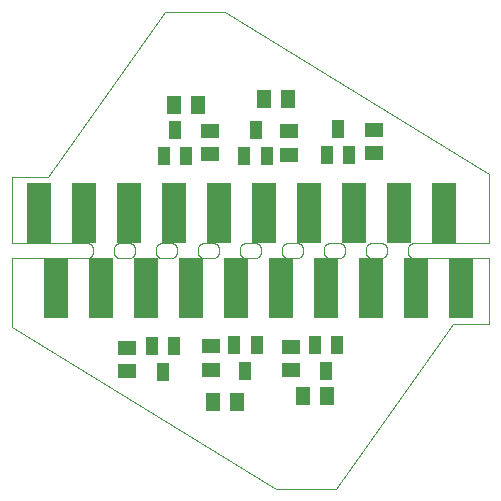
<source format=gbs>
G75*
%MOIN*%
%OFA0B0*%
%FSLAX25Y25*%
%IPPOS*%
%LPD*%
%AMOC8*
5,1,8,0,0,1.08239X$1,22.5*
%
%ADD10C,0.00000*%
%ADD11R,0.04337X0.05912*%
%ADD12R,0.05912X0.04731*%
%ADD13R,0.04731X0.05912*%
%ADD14R,0.08000X0.20400*%
D10*
X0003000Y0056500D02*
X0003000Y0079500D01*
X0028000Y0079500D01*
X0028087Y0079502D01*
X0028174Y0079508D01*
X0028261Y0079517D01*
X0028347Y0079530D01*
X0028433Y0079547D01*
X0028518Y0079568D01*
X0028601Y0079593D01*
X0028684Y0079621D01*
X0028765Y0079652D01*
X0028845Y0079687D01*
X0028923Y0079726D01*
X0029000Y0079768D01*
X0029075Y0079813D01*
X0029147Y0079862D01*
X0029218Y0079913D01*
X0029286Y0079968D01*
X0029351Y0080025D01*
X0029414Y0080086D01*
X0029475Y0080149D01*
X0029532Y0080214D01*
X0029587Y0080282D01*
X0029638Y0080353D01*
X0029687Y0080425D01*
X0029732Y0080500D01*
X0029774Y0080577D01*
X0029813Y0080655D01*
X0029848Y0080735D01*
X0029879Y0080816D01*
X0029907Y0080899D01*
X0029932Y0080982D01*
X0029953Y0081067D01*
X0029970Y0081153D01*
X0029983Y0081239D01*
X0029992Y0081326D01*
X0029998Y0081413D01*
X0030000Y0081500D01*
X0030000Y0082500D01*
X0029998Y0082587D01*
X0029992Y0082674D01*
X0029983Y0082761D01*
X0029970Y0082847D01*
X0029953Y0082933D01*
X0029932Y0083018D01*
X0029907Y0083101D01*
X0029879Y0083184D01*
X0029848Y0083265D01*
X0029813Y0083345D01*
X0029774Y0083423D01*
X0029732Y0083500D01*
X0029687Y0083575D01*
X0029638Y0083647D01*
X0029587Y0083718D01*
X0029532Y0083786D01*
X0029475Y0083851D01*
X0029414Y0083914D01*
X0029351Y0083975D01*
X0029286Y0084032D01*
X0029218Y0084087D01*
X0029147Y0084138D01*
X0029075Y0084187D01*
X0029000Y0084232D01*
X0028923Y0084274D01*
X0028845Y0084313D01*
X0028765Y0084348D01*
X0028684Y0084379D01*
X0028601Y0084407D01*
X0028518Y0084432D01*
X0028433Y0084453D01*
X0028347Y0084470D01*
X0028261Y0084483D01*
X0028174Y0084492D01*
X0028087Y0084498D01*
X0028000Y0084500D01*
X0003000Y0084500D01*
X0003000Y0106500D01*
X0015000Y0106500D01*
X0054000Y0161500D01*
X0074000Y0161500D01*
X0162000Y0107500D01*
X0162000Y0084500D01*
X0137000Y0084500D01*
X0136913Y0084498D01*
X0136826Y0084492D01*
X0136739Y0084483D01*
X0136653Y0084470D01*
X0136567Y0084453D01*
X0136482Y0084432D01*
X0136399Y0084407D01*
X0136316Y0084379D01*
X0136235Y0084348D01*
X0136155Y0084313D01*
X0136077Y0084274D01*
X0136000Y0084232D01*
X0135925Y0084187D01*
X0135853Y0084138D01*
X0135782Y0084087D01*
X0135714Y0084032D01*
X0135649Y0083975D01*
X0135586Y0083914D01*
X0135525Y0083851D01*
X0135468Y0083786D01*
X0135413Y0083718D01*
X0135362Y0083647D01*
X0135313Y0083575D01*
X0135268Y0083500D01*
X0135226Y0083423D01*
X0135187Y0083345D01*
X0135152Y0083265D01*
X0135121Y0083184D01*
X0135093Y0083101D01*
X0135068Y0083018D01*
X0135047Y0082933D01*
X0135030Y0082847D01*
X0135017Y0082761D01*
X0135008Y0082674D01*
X0135002Y0082587D01*
X0135000Y0082500D01*
X0135000Y0081500D01*
X0135002Y0081413D01*
X0135008Y0081326D01*
X0135017Y0081239D01*
X0135030Y0081153D01*
X0135047Y0081067D01*
X0135068Y0080982D01*
X0135093Y0080899D01*
X0135121Y0080816D01*
X0135152Y0080735D01*
X0135187Y0080655D01*
X0135226Y0080577D01*
X0135268Y0080500D01*
X0135313Y0080425D01*
X0135362Y0080353D01*
X0135413Y0080282D01*
X0135468Y0080214D01*
X0135525Y0080149D01*
X0135586Y0080086D01*
X0135649Y0080025D01*
X0135714Y0079968D01*
X0135782Y0079913D01*
X0135853Y0079862D01*
X0135925Y0079813D01*
X0136000Y0079768D01*
X0136077Y0079726D01*
X0136155Y0079687D01*
X0136235Y0079652D01*
X0136316Y0079621D01*
X0136399Y0079593D01*
X0136482Y0079568D01*
X0136567Y0079547D01*
X0136653Y0079530D01*
X0136739Y0079517D01*
X0136826Y0079508D01*
X0136913Y0079502D01*
X0137000Y0079500D01*
X0162000Y0079500D01*
X0162000Y0057500D01*
X0150000Y0057500D01*
X0111000Y0002500D01*
X0091000Y0002500D01*
X0003000Y0056500D01*
X0037000Y0081500D02*
X0037000Y0082500D01*
X0037002Y0082587D01*
X0037008Y0082674D01*
X0037017Y0082761D01*
X0037030Y0082847D01*
X0037047Y0082933D01*
X0037068Y0083018D01*
X0037093Y0083101D01*
X0037121Y0083184D01*
X0037152Y0083265D01*
X0037187Y0083345D01*
X0037226Y0083423D01*
X0037268Y0083500D01*
X0037313Y0083575D01*
X0037362Y0083647D01*
X0037413Y0083718D01*
X0037468Y0083786D01*
X0037525Y0083851D01*
X0037586Y0083914D01*
X0037649Y0083975D01*
X0037714Y0084032D01*
X0037782Y0084087D01*
X0037853Y0084138D01*
X0037925Y0084187D01*
X0038000Y0084232D01*
X0038077Y0084274D01*
X0038155Y0084313D01*
X0038235Y0084348D01*
X0038316Y0084379D01*
X0038399Y0084407D01*
X0038482Y0084432D01*
X0038567Y0084453D01*
X0038653Y0084470D01*
X0038739Y0084483D01*
X0038826Y0084492D01*
X0038913Y0084498D01*
X0039000Y0084500D01*
X0042000Y0084500D01*
X0042087Y0084498D01*
X0042174Y0084492D01*
X0042261Y0084483D01*
X0042347Y0084470D01*
X0042433Y0084453D01*
X0042518Y0084432D01*
X0042601Y0084407D01*
X0042684Y0084379D01*
X0042765Y0084348D01*
X0042845Y0084313D01*
X0042923Y0084274D01*
X0043000Y0084232D01*
X0043075Y0084187D01*
X0043147Y0084138D01*
X0043218Y0084087D01*
X0043286Y0084032D01*
X0043351Y0083975D01*
X0043414Y0083914D01*
X0043475Y0083851D01*
X0043532Y0083786D01*
X0043587Y0083718D01*
X0043638Y0083647D01*
X0043687Y0083575D01*
X0043732Y0083500D01*
X0043774Y0083423D01*
X0043813Y0083345D01*
X0043848Y0083265D01*
X0043879Y0083184D01*
X0043907Y0083101D01*
X0043932Y0083018D01*
X0043953Y0082933D01*
X0043970Y0082847D01*
X0043983Y0082761D01*
X0043992Y0082674D01*
X0043998Y0082587D01*
X0044000Y0082500D01*
X0044000Y0081500D01*
X0043998Y0081413D01*
X0043992Y0081326D01*
X0043983Y0081239D01*
X0043970Y0081153D01*
X0043953Y0081067D01*
X0043932Y0080982D01*
X0043907Y0080899D01*
X0043879Y0080816D01*
X0043848Y0080735D01*
X0043813Y0080655D01*
X0043774Y0080577D01*
X0043732Y0080500D01*
X0043687Y0080425D01*
X0043638Y0080353D01*
X0043587Y0080282D01*
X0043532Y0080214D01*
X0043475Y0080149D01*
X0043414Y0080086D01*
X0043351Y0080025D01*
X0043286Y0079968D01*
X0043218Y0079913D01*
X0043147Y0079862D01*
X0043075Y0079813D01*
X0043000Y0079768D01*
X0042923Y0079726D01*
X0042845Y0079687D01*
X0042765Y0079652D01*
X0042684Y0079621D01*
X0042601Y0079593D01*
X0042518Y0079568D01*
X0042433Y0079547D01*
X0042347Y0079530D01*
X0042261Y0079517D01*
X0042174Y0079508D01*
X0042087Y0079502D01*
X0042000Y0079500D01*
X0039000Y0079500D01*
X0038913Y0079502D01*
X0038826Y0079508D01*
X0038739Y0079517D01*
X0038653Y0079530D01*
X0038567Y0079547D01*
X0038482Y0079568D01*
X0038399Y0079593D01*
X0038316Y0079621D01*
X0038235Y0079652D01*
X0038155Y0079687D01*
X0038077Y0079726D01*
X0038000Y0079768D01*
X0037925Y0079813D01*
X0037853Y0079862D01*
X0037782Y0079913D01*
X0037714Y0079968D01*
X0037649Y0080025D01*
X0037586Y0080086D01*
X0037525Y0080149D01*
X0037468Y0080214D01*
X0037413Y0080282D01*
X0037362Y0080353D01*
X0037313Y0080425D01*
X0037268Y0080500D01*
X0037226Y0080577D01*
X0037187Y0080655D01*
X0037152Y0080735D01*
X0037121Y0080816D01*
X0037093Y0080899D01*
X0037068Y0080982D01*
X0037047Y0081067D01*
X0037030Y0081153D01*
X0037017Y0081239D01*
X0037008Y0081326D01*
X0037002Y0081413D01*
X0037000Y0081500D01*
X0051000Y0081500D02*
X0051000Y0082500D01*
X0051002Y0082587D01*
X0051008Y0082674D01*
X0051017Y0082761D01*
X0051030Y0082847D01*
X0051047Y0082933D01*
X0051068Y0083018D01*
X0051093Y0083101D01*
X0051121Y0083184D01*
X0051152Y0083265D01*
X0051187Y0083345D01*
X0051226Y0083423D01*
X0051268Y0083500D01*
X0051313Y0083575D01*
X0051362Y0083647D01*
X0051413Y0083718D01*
X0051468Y0083786D01*
X0051525Y0083851D01*
X0051586Y0083914D01*
X0051649Y0083975D01*
X0051714Y0084032D01*
X0051782Y0084087D01*
X0051853Y0084138D01*
X0051925Y0084187D01*
X0052000Y0084232D01*
X0052077Y0084274D01*
X0052155Y0084313D01*
X0052235Y0084348D01*
X0052316Y0084379D01*
X0052399Y0084407D01*
X0052482Y0084432D01*
X0052567Y0084453D01*
X0052653Y0084470D01*
X0052739Y0084483D01*
X0052826Y0084492D01*
X0052913Y0084498D01*
X0053000Y0084500D01*
X0056000Y0084500D01*
X0056087Y0084498D01*
X0056174Y0084492D01*
X0056261Y0084483D01*
X0056347Y0084470D01*
X0056433Y0084453D01*
X0056518Y0084432D01*
X0056601Y0084407D01*
X0056684Y0084379D01*
X0056765Y0084348D01*
X0056845Y0084313D01*
X0056923Y0084274D01*
X0057000Y0084232D01*
X0057075Y0084187D01*
X0057147Y0084138D01*
X0057218Y0084087D01*
X0057286Y0084032D01*
X0057351Y0083975D01*
X0057414Y0083914D01*
X0057475Y0083851D01*
X0057532Y0083786D01*
X0057587Y0083718D01*
X0057638Y0083647D01*
X0057687Y0083575D01*
X0057732Y0083500D01*
X0057774Y0083423D01*
X0057813Y0083345D01*
X0057848Y0083265D01*
X0057879Y0083184D01*
X0057907Y0083101D01*
X0057932Y0083018D01*
X0057953Y0082933D01*
X0057970Y0082847D01*
X0057983Y0082761D01*
X0057992Y0082674D01*
X0057998Y0082587D01*
X0058000Y0082500D01*
X0058000Y0081500D01*
X0057998Y0081413D01*
X0057992Y0081326D01*
X0057983Y0081239D01*
X0057970Y0081153D01*
X0057953Y0081067D01*
X0057932Y0080982D01*
X0057907Y0080899D01*
X0057879Y0080816D01*
X0057848Y0080735D01*
X0057813Y0080655D01*
X0057774Y0080577D01*
X0057732Y0080500D01*
X0057687Y0080425D01*
X0057638Y0080353D01*
X0057587Y0080282D01*
X0057532Y0080214D01*
X0057475Y0080149D01*
X0057414Y0080086D01*
X0057351Y0080025D01*
X0057286Y0079968D01*
X0057218Y0079913D01*
X0057147Y0079862D01*
X0057075Y0079813D01*
X0057000Y0079768D01*
X0056923Y0079726D01*
X0056845Y0079687D01*
X0056765Y0079652D01*
X0056684Y0079621D01*
X0056601Y0079593D01*
X0056518Y0079568D01*
X0056433Y0079547D01*
X0056347Y0079530D01*
X0056261Y0079517D01*
X0056174Y0079508D01*
X0056087Y0079502D01*
X0056000Y0079500D01*
X0053000Y0079500D01*
X0052913Y0079502D01*
X0052826Y0079508D01*
X0052739Y0079517D01*
X0052653Y0079530D01*
X0052567Y0079547D01*
X0052482Y0079568D01*
X0052399Y0079593D01*
X0052316Y0079621D01*
X0052235Y0079652D01*
X0052155Y0079687D01*
X0052077Y0079726D01*
X0052000Y0079768D01*
X0051925Y0079813D01*
X0051853Y0079862D01*
X0051782Y0079913D01*
X0051714Y0079968D01*
X0051649Y0080025D01*
X0051586Y0080086D01*
X0051525Y0080149D01*
X0051468Y0080214D01*
X0051413Y0080282D01*
X0051362Y0080353D01*
X0051313Y0080425D01*
X0051268Y0080500D01*
X0051226Y0080577D01*
X0051187Y0080655D01*
X0051152Y0080735D01*
X0051121Y0080816D01*
X0051093Y0080899D01*
X0051068Y0080982D01*
X0051047Y0081067D01*
X0051030Y0081153D01*
X0051017Y0081239D01*
X0051008Y0081326D01*
X0051002Y0081413D01*
X0051000Y0081500D01*
X0065000Y0081500D02*
X0065000Y0082500D01*
X0065002Y0082587D01*
X0065008Y0082674D01*
X0065017Y0082761D01*
X0065030Y0082847D01*
X0065047Y0082933D01*
X0065068Y0083018D01*
X0065093Y0083101D01*
X0065121Y0083184D01*
X0065152Y0083265D01*
X0065187Y0083345D01*
X0065226Y0083423D01*
X0065268Y0083500D01*
X0065313Y0083575D01*
X0065362Y0083647D01*
X0065413Y0083718D01*
X0065468Y0083786D01*
X0065525Y0083851D01*
X0065586Y0083914D01*
X0065649Y0083975D01*
X0065714Y0084032D01*
X0065782Y0084087D01*
X0065853Y0084138D01*
X0065925Y0084187D01*
X0066000Y0084232D01*
X0066077Y0084274D01*
X0066155Y0084313D01*
X0066235Y0084348D01*
X0066316Y0084379D01*
X0066399Y0084407D01*
X0066482Y0084432D01*
X0066567Y0084453D01*
X0066653Y0084470D01*
X0066739Y0084483D01*
X0066826Y0084492D01*
X0066913Y0084498D01*
X0067000Y0084500D01*
X0070000Y0084500D01*
X0070087Y0084498D01*
X0070174Y0084492D01*
X0070261Y0084483D01*
X0070347Y0084470D01*
X0070433Y0084453D01*
X0070518Y0084432D01*
X0070601Y0084407D01*
X0070684Y0084379D01*
X0070765Y0084348D01*
X0070845Y0084313D01*
X0070923Y0084274D01*
X0071000Y0084232D01*
X0071075Y0084187D01*
X0071147Y0084138D01*
X0071218Y0084087D01*
X0071286Y0084032D01*
X0071351Y0083975D01*
X0071414Y0083914D01*
X0071475Y0083851D01*
X0071532Y0083786D01*
X0071587Y0083718D01*
X0071638Y0083647D01*
X0071687Y0083575D01*
X0071732Y0083500D01*
X0071774Y0083423D01*
X0071813Y0083345D01*
X0071848Y0083265D01*
X0071879Y0083184D01*
X0071907Y0083101D01*
X0071932Y0083018D01*
X0071953Y0082933D01*
X0071970Y0082847D01*
X0071983Y0082761D01*
X0071992Y0082674D01*
X0071998Y0082587D01*
X0072000Y0082500D01*
X0072000Y0081500D01*
X0071998Y0081413D01*
X0071992Y0081326D01*
X0071983Y0081239D01*
X0071970Y0081153D01*
X0071953Y0081067D01*
X0071932Y0080982D01*
X0071907Y0080899D01*
X0071879Y0080816D01*
X0071848Y0080735D01*
X0071813Y0080655D01*
X0071774Y0080577D01*
X0071732Y0080500D01*
X0071687Y0080425D01*
X0071638Y0080353D01*
X0071587Y0080282D01*
X0071532Y0080214D01*
X0071475Y0080149D01*
X0071414Y0080086D01*
X0071351Y0080025D01*
X0071286Y0079968D01*
X0071218Y0079913D01*
X0071147Y0079862D01*
X0071075Y0079813D01*
X0071000Y0079768D01*
X0070923Y0079726D01*
X0070845Y0079687D01*
X0070765Y0079652D01*
X0070684Y0079621D01*
X0070601Y0079593D01*
X0070518Y0079568D01*
X0070433Y0079547D01*
X0070347Y0079530D01*
X0070261Y0079517D01*
X0070174Y0079508D01*
X0070087Y0079502D01*
X0070000Y0079500D01*
X0067000Y0079500D01*
X0066913Y0079502D01*
X0066826Y0079508D01*
X0066739Y0079517D01*
X0066653Y0079530D01*
X0066567Y0079547D01*
X0066482Y0079568D01*
X0066399Y0079593D01*
X0066316Y0079621D01*
X0066235Y0079652D01*
X0066155Y0079687D01*
X0066077Y0079726D01*
X0066000Y0079768D01*
X0065925Y0079813D01*
X0065853Y0079862D01*
X0065782Y0079913D01*
X0065714Y0079968D01*
X0065649Y0080025D01*
X0065586Y0080086D01*
X0065525Y0080149D01*
X0065468Y0080214D01*
X0065413Y0080282D01*
X0065362Y0080353D01*
X0065313Y0080425D01*
X0065268Y0080500D01*
X0065226Y0080577D01*
X0065187Y0080655D01*
X0065152Y0080735D01*
X0065121Y0080816D01*
X0065093Y0080899D01*
X0065068Y0080982D01*
X0065047Y0081067D01*
X0065030Y0081153D01*
X0065017Y0081239D01*
X0065008Y0081326D01*
X0065002Y0081413D01*
X0065000Y0081500D01*
X0079000Y0081500D02*
X0079000Y0082500D01*
X0079002Y0082587D01*
X0079008Y0082674D01*
X0079017Y0082761D01*
X0079030Y0082847D01*
X0079047Y0082933D01*
X0079068Y0083018D01*
X0079093Y0083101D01*
X0079121Y0083184D01*
X0079152Y0083265D01*
X0079187Y0083345D01*
X0079226Y0083423D01*
X0079268Y0083500D01*
X0079313Y0083575D01*
X0079362Y0083647D01*
X0079413Y0083718D01*
X0079468Y0083786D01*
X0079525Y0083851D01*
X0079586Y0083914D01*
X0079649Y0083975D01*
X0079714Y0084032D01*
X0079782Y0084087D01*
X0079853Y0084138D01*
X0079925Y0084187D01*
X0080000Y0084232D01*
X0080077Y0084274D01*
X0080155Y0084313D01*
X0080235Y0084348D01*
X0080316Y0084379D01*
X0080399Y0084407D01*
X0080482Y0084432D01*
X0080567Y0084453D01*
X0080653Y0084470D01*
X0080739Y0084483D01*
X0080826Y0084492D01*
X0080913Y0084498D01*
X0081000Y0084500D01*
X0084000Y0084500D01*
X0084087Y0084498D01*
X0084174Y0084492D01*
X0084261Y0084483D01*
X0084347Y0084470D01*
X0084433Y0084453D01*
X0084518Y0084432D01*
X0084601Y0084407D01*
X0084684Y0084379D01*
X0084765Y0084348D01*
X0084845Y0084313D01*
X0084923Y0084274D01*
X0085000Y0084232D01*
X0085075Y0084187D01*
X0085147Y0084138D01*
X0085218Y0084087D01*
X0085286Y0084032D01*
X0085351Y0083975D01*
X0085414Y0083914D01*
X0085475Y0083851D01*
X0085532Y0083786D01*
X0085587Y0083718D01*
X0085638Y0083647D01*
X0085687Y0083575D01*
X0085732Y0083500D01*
X0085774Y0083423D01*
X0085813Y0083345D01*
X0085848Y0083265D01*
X0085879Y0083184D01*
X0085907Y0083101D01*
X0085932Y0083018D01*
X0085953Y0082933D01*
X0085970Y0082847D01*
X0085983Y0082761D01*
X0085992Y0082674D01*
X0085998Y0082587D01*
X0086000Y0082500D01*
X0086000Y0081500D01*
X0085998Y0081413D01*
X0085992Y0081326D01*
X0085983Y0081239D01*
X0085970Y0081153D01*
X0085953Y0081067D01*
X0085932Y0080982D01*
X0085907Y0080899D01*
X0085879Y0080816D01*
X0085848Y0080735D01*
X0085813Y0080655D01*
X0085774Y0080577D01*
X0085732Y0080500D01*
X0085687Y0080425D01*
X0085638Y0080353D01*
X0085587Y0080282D01*
X0085532Y0080214D01*
X0085475Y0080149D01*
X0085414Y0080086D01*
X0085351Y0080025D01*
X0085286Y0079968D01*
X0085218Y0079913D01*
X0085147Y0079862D01*
X0085075Y0079813D01*
X0085000Y0079768D01*
X0084923Y0079726D01*
X0084845Y0079687D01*
X0084765Y0079652D01*
X0084684Y0079621D01*
X0084601Y0079593D01*
X0084518Y0079568D01*
X0084433Y0079547D01*
X0084347Y0079530D01*
X0084261Y0079517D01*
X0084174Y0079508D01*
X0084087Y0079502D01*
X0084000Y0079500D01*
X0081000Y0079500D01*
X0080913Y0079502D01*
X0080826Y0079508D01*
X0080739Y0079517D01*
X0080653Y0079530D01*
X0080567Y0079547D01*
X0080482Y0079568D01*
X0080399Y0079593D01*
X0080316Y0079621D01*
X0080235Y0079652D01*
X0080155Y0079687D01*
X0080077Y0079726D01*
X0080000Y0079768D01*
X0079925Y0079813D01*
X0079853Y0079862D01*
X0079782Y0079913D01*
X0079714Y0079968D01*
X0079649Y0080025D01*
X0079586Y0080086D01*
X0079525Y0080149D01*
X0079468Y0080214D01*
X0079413Y0080282D01*
X0079362Y0080353D01*
X0079313Y0080425D01*
X0079268Y0080500D01*
X0079226Y0080577D01*
X0079187Y0080655D01*
X0079152Y0080735D01*
X0079121Y0080816D01*
X0079093Y0080899D01*
X0079068Y0080982D01*
X0079047Y0081067D01*
X0079030Y0081153D01*
X0079017Y0081239D01*
X0079008Y0081326D01*
X0079002Y0081413D01*
X0079000Y0081500D01*
X0093000Y0081500D02*
X0093000Y0082500D01*
X0093002Y0082587D01*
X0093008Y0082674D01*
X0093017Y0082761D01*
X0093030Y0082847D01*
X0093047Y0082933D01*
X0093068Y0083018D01*
X0093093Y0083101D01*
X0093121Y0083184D01*
X0093152Y0083265D01*
X0093187Y0083345D01*
X0093226Y0083423D01*
X0093268Y0083500D01*
X0093313Y0083575D01*
X0093362Y0083647D01*
X0093413Y0083718D01*
X0093468Y0083786D01*
X0093525Y0083851D01*
X0093586Y0083914D01*
X0093649Y0083975D01*
X0093714Y0084032D01*
X0093782Y0084087D01*
X0093853Y0084138D01*
X0093925Y0084187D01*
X0094000Y0084232D01*
X0094077Y0084274D01*
X0094155Y0084313D01*
X0094235Y0084348D01*
X0094316Y0084379D01*
X0094399Y0084407D01*
X0094482Y0084432D01*
X0094567Y0084453D01*
X0094653Y0084470D01*
X0094739Y0084483D01*
X0094826Y0084492D01*
X0094913Y0084498D01*
X0095000Y0084500D01*
X0098000Y0084500D01*
X0098087Y0084498D01*
X0098174Y0084492D01*
X0098261Y0084483D01*
X0098347Y0084470D01*
X0098433Y0084453D01*
X0098518Y0084432D01*
X0098601Y0084407D01*
X0098684Y0084379D01*
X0098765Y0084348D01*
X0098845Y0084313D01*
X0098923Y0084274D01*
X0099000Y0084232D01*
X0099075Y0084187D01*
X0099147Y0084138D01*
X0099218Y0084087D01*
X0099286Y0084032D01*
X0099351Y0083975D01*
X0099414Y0083914D01*
X0099475Y0083851D01*
X0099532Y0083786D01*
X0099587Y0083718D01*
X0099638Y0083647D01*
X0099687Y0083575D01*
X0099732Y0083500D01*
X0099774Y0083423D01*
X0099813Y0083345D01*
X0099848Y0083265D01*
X0099879Y0083184D01*
X0099907Y0083101D01*
X0099932Y0083018D01*
X0099953Y0082933D01*
X0099970Y0082847D01*
X0099983Y0082761D01*
X0099992Y0082674D01*
X0099998Y0082587D01*
X0100000Y0082500D01*
X0100000Y0081500D01*
X0099998Y0081413D01*
X0099992Y0081326D01*
X0099983Y0081239D01*
X0099970Y0081153D01*
X0099953Y0081067D01*
X0099932Y0080982D01*
X0099907Y0080899D01*
X0099879Y0080816D01*
X0099848Y0080735D01*
X0099813Y0080655D01*
X0099774Y0080577D01*
X0099732Y0080500D01*
X0099687Y0080425D01*
X0099638Y0080353D01*
X0099587Y0080282D01*
X0099532Y0080214D01*
X0099475Y0080149D01*
X0099414Y0080086D01*
X0099351Y0080025D01*
X0099286Y0079968D01*
X0099218Y0079913D01*
X0099147Y0079862D01*
X0099075Y0079813D01*
X0099000Y0079768D01*
X0098923Y0079726D01*
X0098845Y0079687D01*
X0098765Y0079652D01*
X0098684Y0079621D01*
X0098601Y0079593D01*
X0098518Y0079568D01*
X0098433Y0079547D01*
X0098347Y0079530D01*
X0098261Y0079517D01*
X0098174Y0079508D01*
X0098087Y0079502D01*
X0098000Y0079500D01*
X0095000Y0079500D01*
X0094913Y0079502D01*
X0094826Y0079508D01*
X0094739Y0079517D01*
X0094653Y0079530D01*
X0094567Y0079547D01*
X0094482Y0079568D01*
X0094399Y0079593D01*
X0094316Y0079621D01*
X0094235Y0079652D01*
X0094155Y0079687D01*
X0094077Y0079726D01*
X0094000Y0079768D01*
X0093925Y0079813D01*
X0093853Y0079862D01*
X0093782Y0079913D01*
X0093714Y0079968D01*
X0093649Y0080025D01*
X0093586Y0080086D01*
X0093525Y0080149D01*
X0093468Y0080214D01*
X0093413Y0080282D01*
X0093362Y0080353D01*
X0093313Y0080425D01*
X0093268Y0080500D01*
X0093226Y0080577D01*
X0093187Y0080655D01*
X0093152Y0080735D01*
X0093121Y0080816D01*
X0093093Y0080899D01*
X0093068Y0080982D01*
X0093047Y0081067D01*
X0093030Y0081153D01*
X0093017Y0081239D01*
X0093008Y0081326D01*
X0093002Y0081413D01*
X0093000Y0081500D01*
X0107000Y0081500D02*
X0107000Y0082500D01*
X0107002Y0082587D01*
X0107008Y0082674D01*
X0107017Y0082761D01*
X0107030Y0082847D01*
X0107047Y0082933D01*
X0107068Y0083018D01*
X0107093Y0083101D01*
X0107121Y0083184D01*
X0107152Y0083265D01*
X0107187Y0083345D01*
X0107226Y0083423D01*
X0107268Y0083500D01*
X0107313Y0083575D01*
X0107362Y0083647D01*
X0107413Y0083718D01*
X0107468Y0083786D01*
X0107525Y0083851D01*
X0107586Y0083914D01*
X0107649Y0083975D01*
X0107714Y0084032D01*
X0107782Y0084087D01*
X0107853Y0084138D01*
X0107925Y0084187D01*
X0108000Y0084232D01*
X0108077Y0084274D01*
X0108155Y0084313D01*
X0108235Y0084348D01*
X0108316Y0084379D01*
X0108399Y0084407D01*
X0108482Y0084432D01*
X0108567Y0084453D01*
X0108653Y0084470D01*
X0108739Y0084483D01*
X0108826Y0084492D01*
X0108913Y0084498D01*
X0109000Y0084500D01*
X0112000Y0084500D01*
X0112087Y0084498D01*
X0112174Y0084492D01*
X0112261Y0084483D01*
X0112347Y0084470D01*
X0112433Y0084453D01*
X0112518Y0084432D01*
X0112601Y0084407D01*
X0112684Y0084379D01*
X0112765Y0084348D01*
X0112845Y0084313D01*
X0112923Y0084274D01*
X0113000Y0084232D01*
X0113075Y0084187D01*
X0113147Y0084138D01*
X0113218Y0084087D01*
X0113286Y0084032D01*
X0113351Y0083975D01*
X0113414Y0083914D01*
X0113475Y0083851D01*
X0113532Y0083786D01*
X0113587Y0083718D01*
X0113638Y0083647D01*
X0113687Y0083575D01*
X0113732Y0083500D01*
X0113774Y0083423D01*
X0113813Y0083345D01*
X0113848Y0083265D01*
X0113879Y0083184D01*
X0113907Y0083101D01*
X0113932Y0083018D01*
X0113953Y0082933D01*
X0113970Y0082847D01*
X0113983Y0082761D01*
X0113992Y0082674D01*
X0113998Y0082587D01*
X0114000Y0082500D01*
X0114000Y0081500D01*
X0113998Y0081413D01*
X0113992Y0081326D01*
X0113983Y0081239D01*
X0113970Y0081153D01*
X0113953Y0081067D01*
X0113932Y0080982D01*
X0113907Y0080899D01*
X0113879Y0080816D01*
X0113848Y0080735D01*
X0113813Y0080655D01*
X0113774Y0080577D01*
X0113732Y0080500D01*
X0113687Y0080425D01*
X0113638Y0080353D01*
X0113587Y0080282D01*
X0113532Y0080214D01*
X0113475Y0080149D01*
X0113414Y0080086D01*
X0113351Y0080025D01*
X0113286Y0079968D01*
X0113218Y0079913D01*
X0113147Y0079862D01*
X0113075Y0079813D01*
X0113000Y0079768D01*
X0112923Y0079726D01*
X0112845Y0079687D01*
X0112765Y0079652D01*
X0112684Y0079621D01*
X0112601Y0079593D01*
X0112518Y0079568D01*
X0112433Y0079547D01*
X0112347Y0079530D01*
X0112261Y0079517D01*
X0112174Y0079508D01*
X0112087Y0079502D01*
X0112000Y0079500D01*
X0109000Y0079500D01*
X0108913Y0079502D01*
X0108826Y0079508D01*
X0108739Y0079517D01*
X0108653Y0079530D01*
X0108567Y0079547D01*
X0108482Y0079568D01*
X0108399Y0079593D01*
X0108316Y0079621D01*
X0108235Y0079652D01*
X0108155Y0079687D01*
X0108077Y0079726D01*
X0108000Y0079768D01*
X0107925Y0079813D01*
X0107853Y0079862D01*
X0107782Y0079913D01*
X0107714Y0079968D01*
X0107649Y0080025D01*
X0107586Y0080086D01*
X0107525Y0080149D01*
X0107468Y0080214D01*
X0107413Y0080282D01*
X0107362Y0080353D01*
X0107313Y0080425D01*
X0107268Y0080500D01*
X0107226Y0080577D01*
X0107187Y0080655D01*
X0107152Y0080735D01*
X0107121Y0080816D01*
X0107093Y0080899D01*
X0107068Y0080982D01*
X0107047Y0081067D01*
X0107030Y0081153D01*
X0107017Y0081239D01*
X0107008Y0081326D01*
X0107002Y0081413D01*
X0107000Y0081500D01*
X0121000Y0081500D02*
X0121000Y0082500D01*
X0121002Y0082587D01*
X0121008Y0082674D01*
X0121017Y0082761D01*
X0121030Y0082847D01*
X0121047Y0082933D01*
X0121068Y0083018D01*
X0121093Y0083101D01*
X0121121Y0083184D01*
X0121152Y0083265D01*
X0121187Y0083345D01*
X0121226Y0083423D01*
X0121268Y0083500D01*
X0121313Y0083575D01*
X0121362Y0083647D01*
X0121413Y0083718D01*
X0121468Y0083786D01*
X0121525Y0083851D01*
X0121586Y0083914D01*
X0121649Y0083975D01*
X0121714Y0084032D01*
X0121782Y0084087D01*
X0121853Y0084138D01*
X0121925Y0084187D01*
X0122000Y0084232D01*
X0122077Y0084274D01*
X0122155Y0084313D01*
X0122235Y0084348D01*
X0122316Y0084379D01*
X0122399Y0084407D01*
X0122482Y0084432D01*
X0122567Y0084453D01*
X0122653Y0084470D01*
X0122739Y0084483D01*
X0122826Y0084492D01*
X0122913Y0084498D01*
X0123000Y0084500D01*
X0126000Y0084500D01*
X0126087Y0084498D01*
X0126174Y0084492D01*
X0126261Y0084483D01*
X0126347Y0084470D01*
X0126433Y0084453D01*
X0126518Y0084432D01*
X0126601Y0084407D01*
X0126684Y0084379D01*
X0126765Y0084348D01*
X0126845Y0084313D01*
X0126923Y0084274D01*
X0127000Y0084232D01*
X0127075Y0084187D01*
X0127147Y0084138D01*
X0127218Y0084087D01*
X0127286Y0084032D01*
X0127351Y0083975D01*
X0127414Y0083914D01*
X0127475Y0083851D01*
X0127532Y0083786D01*
X0127587Y0083718D01*
X0127638Y0083647D01*
X0127687Y0083575D01*
X0127732Y0083500D01*
X0127774Y0083423D01*
X0127813Y0083345D01*
X0127848Y0083265D01*
X0127879Y0083184D01*
X0127907Y0083101D01*
X0127932Y0083018D01*
X0127953Y0082933D01*
X0127970Y0082847D01*
X0127983Y0082761D01*
X0127992Y0082674D01*
X0127998Y0082587D01*
X0128000Y0082500D01*
X0128000Y0081500D01*
X0127998Y0081413D01*
X0127992Y0081326D01*
X0127983Y0081239D01*
X0127970Y0081153D01*
X0127953Y0081067D01*
X0127932Y0080982D01*
X0127907Y0080899D01*
X0127879Y0080816D01*
X0127848Y0080735D01*
X0127813Y0080655D01*
X0127774Y0080577D01*
X0127732Y0080500D01*
X0127687Y0080425D01*
X0127638Y0080353D01*
X0127587Y0080282D01*
X0127532Y0080214D01*
X0127475Y0080149D01*
X0127414Y0080086D01*
X0127351Y0080025D01*
X0127286Y0079968D01*
X0127218Y0079913D01*
X0127147Y0079862D01*
X0127075Y0079813D01*
X0127000Y0079768D01*
X0126923Y0079726D01*
X0126845Y0079687D01*
X0126765Y0079652D01*
X0126684Y0079621D01*
X0126601Y0079593D01*
X0126518Y0079568D01*
X0126433Y0079547D01*
X0126347Y0079530D01*
X0126261Y0079517D01*
X0126174Y0079508D01*
X0126087Y0079502D01*
X0126000Y0079500D01*
X0123000Y0079500D01*
X0122913Y0079502D01*
X0122826Y0079508D01*
X0122739Y0079517D01*
X0122653Y0079530D01*
X0122567Y0079547D01*
X0122482Y0079568D01*
X0122399Y0079593D01*
X0122316Y0079621D01*
X0122235Y0079652D01*
X0122155Y0079687D01*
X0122077Y0079726D01*
X0122000Y0079768D01*
X0121925Y0079813D01*
X0121853Y0079862D01*
X0121782Y0079913D01*
X0121714Y0079968D01*
X0121649Y0080025D01*
X0121586Y0080086D01*
X0121525Y0080149D01*
X0121468Y0080214D01*
X0121413Y0080282D01*
X0121362Y0080353D01*
X0121313Y0080425D01*
X0121268Y0080500D01*
X0121226Y0080577D01*
X0121187Y0080655D01*
X0121152Y0080735D01*
X0121121Y0080816D01*
X0121093Y0080899D01*
X0121068Y0080982D01*
X0121047Y0081067D01*
X0121030Y0081153D01*
X0121017Y0081239D01*
X0121008Y0081326D01*
X0121002Y0081413D01*
X0121000Y0081500D01*
D11*
X0111340Y0050631D03*
X0103860Y0050631D03*
X0107600Y0041969D03*
X0084540Y0050531D03*
X0077060Y0050531D03*
X0080800Y0041869D03*
X0057040Y0050231D03*
X0049560Y0050231D03*
X0053300Y0041569D03*
X0053660Y0113369D03*
X0061140Y0113369D03*
X0057400Y0122031D03*
X0080460Y0113469D03*
X0087940Y0113469D03*
X0084200Y0122131D03*
X0107960Y0113769D03*
X0115440Y0113769D03*
X0111700Y0122431D03*
D12*
X0041400Y0041763D03*
X0041400Y0049637D03*
X0069500Y0050037D03*
X0069500Y0042163D03*
X0095900Y0042063D03*
X0095900Y0049937D03*
X0095500Y0113963D03*
X0095500Y0121837D03*
X0069100Y0121937D03*
X0069100Y0114063D03*
X0123600Y0114363D03*
X0123600Y0122237D03*
D13*
X0094937Y0132500D03*
X0087063Y0132500D03*
X0064937Y0130500D03*
X0057063Y0130500D03*
X0100063Y0033500D03*
X0107937Y0033500D03*
X0077937Y0031500D03*
X0070063Y0031500D03*
D14*
X0062834Y0069501D03*
X0077834Y0069501D03*
X0092834Y0069501D03*
X0107834Y0069501D03*
X0122834Y0069501D03*
X0137834Y0069501D03*
X0152834Y0069501D03*
X0147166Y0094499D03*
X0132166Y0094499D03*
X0117166Y0094499D03*
X0102166Y0094499D03*
X0087166Y0094499D03*
X0072166Y0094499D03*
X0057166Y0094499D03*
X0042166Y0094499D03*
X0027166Y0094499D03*
X0012166Y0094499D03*
X0017834Y0069501D03*
X0032834Y0069501D03*
X0047834Y0069501D03*
M02*

</source>
